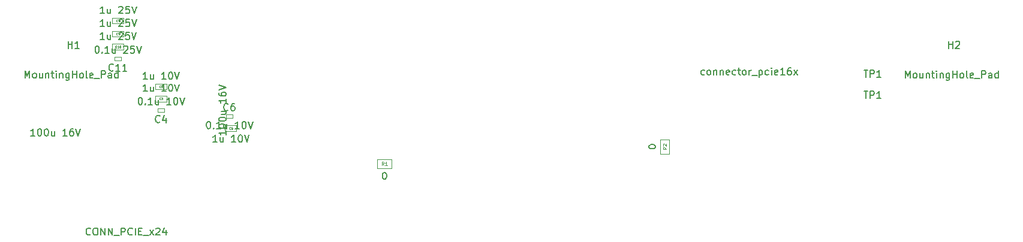
<source format=gbr>
G04 #@! TF.GenerationSoftware,KiCad,Pcbnew,(5.1.5)-3*
G04 #@! TF.CreationDate,2021-02-17T14:45:43+01:00*
G04 #@! TF.ProjectId,riser leopard 1OU,72697365-7220-46c6-956f-706172642031,rev?*
G04 #@! TF.SameCoordinates,PX4a62f80PY5f5e100*
G04 #@! TF.FileFunction,Other,Fab,Top*
%FSLAX46Y46*%
G04 Gerber Fmt 4.6, Leading zero omitted, Abs format (unit mm)*
G04 Created by KiCad (PCBNEW (5.1.5)-3) date 2021-02-17 14:45:43*
%MOMM*%
%LPD*%
G04 APERTURE LIST*
%ADD10C,0.100000*%
%ADD11C,0.150000*%
%ADD12C,0.075000*%
G04 APERTURE END LIST*
D10*
X43200420Y-17409600D02*
X43200420Y-16169600D01*
X45200420Y-17409600D02*
X43200420Y-17409600D01*
X45200420Y-16169600D02*
X45200420Y-17409600D01*
X43200420Y-16169600D02*
X45200420Y-16169600D01*
X84407840Y-13358880D02*
X84407840Y-15358880D01*
X84407840Y-15358880D02*
X83167840Y-15358880D01*
X83167840Y-15358880D02*
X83167840Y-13358880D01*
X83167840Y-13358880D02*
X84407840Y-13358880D01*
X13449300Y-6274900D02*
X11849300Y-6274900D01*
X11849300Y-6274900D02*
X11849300Y-5474900D01*
X11849300Y-5474900D02*
X13449300Y-5474900D01*
X13449300Y-5474900D02*
X13449300Y-6274900D01*
X13449300Y-7189400D02*
X13449300Y-7989400D01*
X11849300Y-7189400D02*
X13449300Y-7189400D01*
X11849300Y-7989400D02*
X11849300Y-7189400D01*
X13449300Y-7989400D02*
X11849300Y-7989400D01*
X13149300Y-9477700D02*
X12149300Y-9477700D01*
X12149300Y-9477700D02*
X12149300Y-8977700D01*
X12149300Y-8977700D02*
X13149300Y-8977700D01*
X13149300Y-8977700D02*
X13149300Y-9477700D01*
X21695100Y-11363000D02*
X23295100Y-11363000D01*
X23295100Y-11363000D02*
X23295100Y-12163000D01*
X23295100Y-12163000D02*
X21695100Y-12163000D01*
X21695100Y-12163000D02*
X21695100Y-11363000D01*
X21791900Y-10336600D02*
X21791900Y-9836600D01*
X22791900Y-10336600D02*
X21791900Y-10336600D01*
X22791900Y-9836600D02*
X22791900Y-10336600D01*
X21791900Y-9836600D02*
X22791900Y-9836600D01*
X7384280Y1183932D02*
X5784280Y1183932D01*
X5784280Y1183932D02*
X5784280Y1983932D01*
X5784280Y1983932D02*
X7384280Y1983932D01*
X7384280Y1983932D02*
X7384280Y1183932D01*
X7371580Y145746D02*
X7371580Y-654254D01*
X5771580Y145746D02*
X7371580Y145746D01*
X5771580Y-654254D02*
X5771580Y145746D01*
X7371580Y-654254D02*
X5771580Y-654254D01*
X7048720Y-1697440D02*
X7048720Y-2197440D01*
X6048720Y-1697440D02*
X7048720Y-1697440D01*
X6048720Y-2197440D02*
X6048720Y-1697440D01*
X7048720Y-2197440D02*
X6048720Y-2197440D01*
X7384280Y3822120D02*
X7384280Y3022120D01*
X5784280Y3822120D02*
X7384280Y3822120D01*
X5784280Y3022120D02*
X5784280Y3822120D01*
X7384280Y3022120D02*
X5784280Y3022120D01*
D11*
X89366276Y-4165361D02*
X89271038Y-4212980D01*
X89080561Y-4212980D01*
X88985323Y-4165361D01*
X88937704Y-4117742D01*
X88890085Y-4022504D01*
X88890085Y-3736790D01*
X88937704Y-3641552D01*
X88985323Y-3593933D01*
X89080561Y-3546314D01*
X89271038Y-3546314D01*
X89366276Y-3593933D01*
X89937704Y-4212980D02*
X89842466Y-4165361D01*
X89794847Y-4117742D01*
X89747228Y-4022504D01*
X89747228Y-3736790D01*
X89794847Y-3641552D01*
X89842466Y-3593933D01*
X89937704Y-3546314D01*
X90080561Y-3546314D01*
X90175800Y-3593933D01*
X90223419Y-3641552D01*
X90271038Y-3736790D01*
X90271038Y-4022504D01*
X90223419Y-4117742D01*
X90175800Y-4165361D01*
X90080561Y-4212980D01*
X89937704Y-4212980D01*
X90699609Y-3546314D02*
X90699609Y-4212980D01*
X90699609Y-3641552D02*
X90747228Y-3593933D01*
X90842466Y-3546314D01*
X90985323Y-3546314D01*
X91080561Y-3593933D01*
X91128180Y-3689171D01*
X91128180Y-4212980D01*
X91604371Y-3546314D02*
X91604371Y-4212980D01*
X91604371Y-3641552D02*
X91651990Y-3593933D01*
X91747228Y-3546314D01*
X91890085Y-3546314D01*
X91985323Y-3593933D01*
X92032942Y-3689171D01*
X92032942Y-4212980D01*
X92890085Y-4165361D02*
X92794847Y-4212980D01*
X92604371Y-4212980D01*
X92509133Y-4165361D01*
X92461514Y-4070123D01*
X92461514Y-3689171D01*
X92509133Y-3593933D01*
X92604371Y-3546314D01*
X92794847Y-3546314D01*
X92890085Y-3593933D01*
X92937704Y-3689171D01*
X92937704Y-3784409D01*
X92461514Y-3879647D01*
X93794847Y-4165361D02*
X93699609Y-4212980D01*
X93509133Y-4212980D01*
X93413895Y-4165361D01*
X93366276Y-4117742D01*
X93318657Y-4022504D01*
X93318657Y-3736790D01*
X93366276Y-3641552D01*
X93413895Y-3593933D01*
X93509133Y-3546314D01*
X93699609Y-3546314D01*
X93794847Y-3593933D01*
X94080561Y-3546314D02*
X94461514Y-3546314D01*
X94223419Y-3212980D02*
X94223419Y-4070123D01*
X94271038Y-4165361D01*
X94366276Y-4212980D01*
X94461514Y-4212980D01*
X94937704Y-4212980D02*
X94842466Y-4165361D01*
X94794847Y-4117742D01*
X94747228Y-4022504D01*
X94747228Y-3736790D01*
X94794847Y-3641552D01*
X94842466Y-3593933D01*
X94937704Y-3546314D01*
X95080561Y-3546314D01*
X95175800Y-3593933D01*
X95223419Y-3641552D01*
X95271038Y-3736790D01*
X95271038Y-4022504D01*
X95223419Y-4117742D01*
X95175800Y-4165361D01*
X95080561Y-4212980D01*
X94937704Y-4212980D01*
X95699609Y-4212980D02*
X95699609Y-3546314D01*
X95699609Y-3736790D02*
X95747228Y-3641552D01*
X95794847Y-3593933D01*
X95890085Y-3546314D01*
X95985323Y-3546314D01*
X96080561Y-4308219D02*
X96842466Y-4308219D01*
X97080561Y-3546314D02*
X97080561Y-4546314D01*
X97080561Y-3593933D02*
X97175800Y-3546314D01*
X97366276Y-3546314D01*
X97461514Y-3593933D01*
X97509133Y-3641552D01*
X97556752Y-3736790D01*
X97556752Y-4022504D01*
X97509133Y-4117742D01*
X97461514Y-4165361D01*
X97366276Y-4212980D01*
X97175800Y-4212980D01*
X97080561Y-4165361D01*
X98413895Y-4165361D02*
X98318657Y-4212980D01*
X98128180Y-4212980D01*
X98032942Y-4165361D01*
X97985323Y-4117742D01*
X97937704Y-4022504D01*
X97937704Y-3736790D01*
X97985323Y-3641552D01*
X98032942Y-3593933D01*
X98128180Y-3546314D01*
X98318657Y-3546314D01*
X98413895Y-3593933D01*
X98842466Y-4212980D02*
X98842466Y-3546314D01*
X98842466Y-3212980D02*
X98794847Y-3260600D01*
X98842466Y-3308219D01*
X98890085Y-3260600D01*
X98842466Y-3212980D01*
X98842466Y-3308219D01*
X99699609Y-4165361D02*
X99604371Y-4212980D01*
X99413895Y-4212980D01*
X99318657Y-4165361D01*
X99271038Y-4070123D01*
X99271038Y-3689171D01*
X99318657Y-3593933D01*
X99413895Y-3546314D01*
X99604371Y-3546314D01*
X99699609Y-3593933D01*
X99747228Y-3689171D01*
X99747228Y-3784409D01*
X99271038Y-3879647D01*
X100699609Y-4212980D02*
X100128180Y-4212980D01*
X100413895Y-4212980D02*
X100413895Y-3212980D01*
X100318657Y-3355838D01*
X100223419Y-3451076D01*
X100128180Y-3498695D01*
X101556752Y-3212980D02*
X101366276Y-3212980D01*
X101271038Y-3260600D01*
X101223419Y-3308219D01*
X101128180Y-3451076D01*
X101080561Y-3641552D01*
X101080561Y-4022504D01*
X101128180Y-4117742D01*
X101175800Y-4165361D01*
X101271038Y-4212980D01*
X101461514Y-4212980D01*
X101556752Y-4165361D01*
X101604371Y-4117742D01*
X101651990Y-4022504D01*
X101651990Y-3784409D01*
X101604371Y-3689171D01*
X101556752Y-3641552D01*
X101461514Y-3593933D01*
X101271038Y-3593933D01*
X101175800Y-3641552D01*
X101128180Y-3689171D01*
X101080561Y-3784409D01*
X101985323Y-4212980D02*
X102509133Y-3546314D01*
X101985323Y-3546314D02*
X102509133Y-4212980D01*
X44152800Y-17991980D02*
X44248039Y-17991980D01*
X44343277Y-18039600D01*
X44390896Y-18087219D01*
X44438515Y-18182457D01*
X44486134Y-18372933D01*
X44486134Y-18611028D01*
X44438515Y-18801504D01*
X44390896Y-18896742D01*
X44343277Y-18944361D01*
X44248039Y-18991980D01*
X44152800Y-18991980D01*
X44057562Y-18944361D01*
X44009943Y-18896742D01*
X43962324Y-18801504D01*
X43914705Y-18611028D01*
X43914705Y-18372933D01*
X43962324Y-18182457D01*
X44009943Y-18087219D01*
X44057562Y-18039600D01*
X44152800Y-17991980D01*
D12*
X44117086Y-17015790D02*
X43950420Y-16777695D01*
X43831372Y-17015790D02*
X43831372Y-16515790D01*
X44021848Y-16515790D01*
X44069467Y-16539600D01*
X44093277Y-16563409D01*
X44117086Y-16611028D01*
X44117086Y-16682457D01*
X44093277Y-16730076D01*
X44069467Y-16753885D01*
X44021848Y-16777695D01*
X43831372Y-16777695D01*
X44593277Y-17015790D02*
X44307562Y-17015790D01*
X44450420Y-17015790D02*
X44450420Y-16515790D01*
X44402800Y-16587219D01*
X44355181Y-16634838D01*
X44307562Y-16658647D01*
D11*
X81490220Y-14406499D02*
X81490220Y-14311260D01*
X81537840Y-14216022D01*
X81585459Y-14168403D01*
X81680697Y-14120784D01*
X81871173Y-14073165D01*
X82109268Y-14073165D01*
X82299744Y-14120784D01*
X82394982Y-14168403D01*
X82442601Y-14216022D01*
X82490220Y-14311260D01*
X82490220Y-14406499D01*
X82442601Y-14501737D01*
X82394982Y-14549356D01*
X82299744Y-14596975D01*
X82109268Y-14644594D01*
X81871173Y-14644594D01*
X81680697Y-14596975D01*
X81585459Y-14549356D01*
X81537840Y-14501737D01*
X81490220Y-14406499D01*
D12*
X84014030Y-14442213D02*
X83775935Y-14608880D01*
X84014030Y-14727927D02*
X83514030Y-14727927D01*
X83514030Y-14537451D01*
X83537840Y-14489832D01*
X83561649Y-14466022D01*
X83609268Y-14442213D01*
X83680697Y-14442213D01*
X83728316Y-14466022D01*
X83752125Y-14489832D01*
X83775935Y-14537451D01*
X83775935Y-14727927D01*
X83561649Y-14251737D02*
X83537840Y-14227927D01*
X83514030Y-14180308D01*
X83514030Y-14061260D01*
X83537840Y-14013641D01*
X83561649Y-13989832D01*
X83609268Y-13966022D01*
X83656887Y-13966022D01*
X83728316Y-13989832D01*
X84014030Y-14275546D01*
X84014030Y-13966022D01*
D11*
X10720728Y-4827280D02*
X10149300Y-4827280D01*
X10435014Y-4827280D02*
X10435014Y-3827280D01*
X10339776Y-3970138D01*
X10244538Y-4065376D01*
X10149300Y-4112995D01*
X11577871Y-4160614D02*
X11577871Y-4827280D01*
X11149300Y-4160614D02*
X11149300Y-4684423D01*
X11196919Y-4779661D01*
X11292157Y-4827280D01*
X11435014Y-4827280D01*
X11530252Y-4779661D01*
X11577871Y-4732042D01*
X13339776Y-4827280D02*
X12768347Y-4827280D01*
X13054061Y-4827280D02*
X13054061Y-3827280D01*
X12958823Y-3970138D01*
X12863585Y-4065376D01*
X12768347Y-4112995D01*
X13958823Y-3827280D02*
X14054061Y-3827280D01*
X14149300Y-3874900D01*
X14196919Y-3922519D01*
X14244538Y-4017757D01*
X14292157Y-4208233D01*
X14292157Y-4446328D01*
X14244538Y-4636804D01*
X14196919Y-4732042D01*
X14149300Y-4779661D01*
X14054061Y-4827280D01*
X13958823Y-4827280D01*
X13863585Y-4779661D01*
X13815966Y-4732042D01*
X13768347Y-4636804D01*
X13720728Y-4446328D01*
X13720728Y-4208233D01*
X13768347Y-4017757D01*
X13815966Y-3922519D01*
X13863585Y-3874900D01*
X13958823Y-3827280D01*
X14577871Y-3827280D02*
X14911204Y-4827280D01*
X15244538Y-3827280D01*
D12*
X12599300Y-5982042D02*
X12585014Y-5996328D01*
X12542157Y-6010614D01*
X12513585Y-6010614D01*
X12470728Y-5996328D01*
X12442157Y-5967757D01*
X12427871Y-5939185D01*
X12413585Y-5882042D01*
X12413585Y-5839185D01*
X12427871Y-5782042D01*
X12442157Y-5753471D01*
X12470728Y-5724900D01*
X12513585Y-5710614D01*
X12542157Y-5710614D01*
X12585014Y-5724900D01*
X12599300Y-5739185D01*
X12713585Y-5739185D02*
X12727871Y-5724900D01*
X12756442Y-5710614D01*
X12827871Y-5710614D01*
X12856442Y-5724900D01*
X12870728Y-5739185D01*
X12885014Y-5767757D01*
X12885014Y-5796328D01*
X12870728Y-5839185D01*
X12699300Y-6010614D01*
X12885014Y-6010614D01*
D11*
X10720728Y-6541780D02*
X10149300Y-6541780D01*
X10435014Y-6541780D02*
X10435014Y-5541780D01*
X10339776Y-5684638D01*
X10244538Y-5779876D01*
X10149300Y-5827495D01*
X11577871Y-5875114D02*
X11577871Y-6541780D01*
X11149300Y-5875114D02*
X11149300Y-6398923D01*
X11196919Y-6494161D01*
X11292157Y-6541780D01*
X11435014Y-6541780D01*
X11530252Y-6494161D01*
X11577871Y-6446542D01*
X13339776Y-6541780D02*
X12768347Y-6541780D01*
X13054061Y-6541780D02*
X13054061Y-5541780D01*
X12958823Y-5684638D01*
X12863585Y-5779876D01*
X12768347Y-5827495D01*
X13958823Y-5541780D02*
X14054061Y-5541780D01*
X14149300Y-5589400D01*
X14196919Y-5637019D01*
X14244538Y-5732257D01*
X14292157Y-5922733D01*
X14292157Y-6160828D01*
X14244538Y-6351304D01*
X14196919Y-6446542D01*
X14149300Y-6494161D01*
X14054061Y-6541780D01*
X13958823Y-6541780D01*
X13863585Y-6494161D01*
X13815966Y-6446542D01*
X13768347Y-6351304D01*
X13720728Y-6160828D01*
X13720728Y-5922733D01*
X13768347Y-5732257D01*
X13815966Y-5637019D01*
X13863585Y-5589400D01*
X13958823Y-5541780D01*
X14577871Y-5541780D02*
X14911204Y-6541780D01*
X15244538Y-5541780D01*
D12*
X12599300Y-7696542D02*
X12585014Y-7710828D01*
X12542157Y-7725114D01*
X12513585Y-7725114D01*
X12470728Y-7710828D01*
X12442157Y-7682257D01*
X12427871Y-7653685D01*
X12413585Y-7596542D01*
X12413585Y-7553685D01*
X12427871Y-7496542D01*
X12442157Y-7467971D01*
X12470728Y-7439400D01*
X12513585Y-7425114D01*
X12542157Y-7425114D01*
X12585014Y-7439400D01*
X12599300Y-7453685D01*
X12699300Y-7425114D02*
X12885014Y-7425114D01*
X12785014Y-7539400D01*
X12827871Y-7539400D01*
X12856442Y-7553685D01*
X12870728Y-7567971D01*
X12885014Y-7596542D01*
X12885014Y-7667971D01*
X12870728Y-7696542D01*
X12856442Y-7710828D01*
X12827871Y-7725114D01*
X12742157Y-7725114D01*
X12713585Y-7710828D01*
X12699300Y-7696542D01*
D11*
X9673109Y-7410080D02*
X9768347Y-7410080D01*
X9863585Y-7457700D01*
X9911204Y-7505319D01*
X9958823Y-7600557D01*
X10006442Y-7791033D01*
X10006442Y-8029128D01*
X9958823Y-8219604D01*
X9911204Y-8314842D01*
X9863585Y-8362461D01*
X9768347Y-8410080D01*
X9673109Y-8410080D01*
X9577871Y-8362461D01*
X9530252Y-8314842D01*
X9482633Y-8219604D01*
X9435014Y-8029128D01*
X9435014Y-7791033D01*
X9482633Y-7600557D01*
X9530252Y-7505319D01*
X9577871Y-7457700D01*
X9673109Y-7410080D01*
X10435014Y-8314842D02*
X10482633Y-8362461D01*
X10435014Y-8410080D01*
X10387395Y-8362461D01*
X10435014Y-8314842D01*
X10435014Y-8410080D01*
X11435014Y-8410080D02*
X10863585Y-8410080D01*
X11149300Y-8410080D02*
X11149300Y-7410080D01*
X11054061Y-7552938D01*
X10958823Y-7648176D01*
X10863585Y-7695795D01*
X12292157Y-7743414D02*
X12292157Y-8410080D01*
X11863585Y-7743414D02*
X11863585Y-8267223D01*
X11911204Y-8362461D01*
X12006442Y-8410080D01*
X12149300Y-8410080D01*
X12244538Y-8362461D01*
X12292157Y-8314842D01*
X14054061Y-8410080D02*
X13482633Y-8410080D01*
X13768347Y-8410080D02*
X13768347Y-7410080D01*
X13673109Y-7552938D01*
X13577871Y-7648176D01*
X13482633Y-7695795D01*
X14673109Y-7410080D02*
X14768347Y-7410080D01*
X14863585Y-7457700D01*
X14911204Y-7505319D01*
X14958823Y-7600557D01*
X15006442Y-7791033D01*
X15006442Y-8029128D01*
X14958823Y-8219604D01*
X14911204Y-8314842D01*
X14863585Y-8362461D01*
X14768347Y-8410080D01*
X14673109Y-8410080D01*
X14577871Y-8362461D01*
X14530252Y-8314842D01*
X14482633Y-8219604D01*
X14435014Y-8029128D01*
X14435014Y-7791033D01*
X14482633Y-7600557D01*
X14530252Y-7505319D01*
X14577871Y-7457700D01*
X14673109Y-7410080D01*
X15292157Y-7410080D02*
X15625490Y-8410080D01*
X15958823Y-7410080D01*
X12482633Y-10854842D02*
X12435014Y-10902461D01*
X12292157Y-10950080D01*
X12196919Y-10950080D01*
X12054061Y-10902461D01*
X11958823Y-10807223D01*
X11911204Y-10711985D01*
X11863585Y-10521509D01*
X11863585Y-10378652D01*
X11911204Y-10188176D01*
X11958823Y-10092938D01*
X12054061Y-9997700D01*
X12196919Y-9950080D01*
X12292157Y-9950080D01*
X12435014Y-9997700D01*
X12482633Y-10045319D01*
X13339776Y-10283414D02*
X13339776Y-10950080D01*
X13101680Y-9902461D02*
X12863585Y-10616747D01*
X13482633Y-10616747D01*
X20566528Y-13715380D02*
X19995100Y-13715380D01*
X20280814Y-13715380D02*
X20280814Y-12715380D01*
X20185576Y-12858238D01*
X20090338Y-12953476D01*
X19995100Y-13001095D01*
X21423671Y-13048714D02*
X21423671Y-13715380D01*
X20995100Y-13048714D02*
X20995100Y-13572523D01*
X21042719Y-13667761D01*
X21137957Y-13715380D01*
X21280814Y-13715380D01*
X21376052Y-13667761D01*
X21423671Y-13620142D01*
X23185576Y-13715380D02*
X22614147Y-13715380D01*
X22899861Y-13715380D02*
X22899861Y-12715380D01*
X22804623Y-12858238D01*
X22709385Y-12953476D01*
X22614147Y-13001095D01*
X23804623Y-12715380D02*
X23899861Y-12715380D01*
X23995100Y-12763000D01*
X24042719Y-12810619D01*
X24090338Y-12905857D01*
X24137957Y-13096333D01*
X24137957Y-13334428D01*
X24090338Y-13524904D01*
X24042719Y-13620142D01*
X23995100Y-13667761D01*
X23899861Y-13715380D01*
X23804623Y-13715380D01*
X23709385Y-13667761D01*
X23661766Y-13620142D01*
X23614147Y-13524904D01*
X23566528Y-13334428D01*
X23566528Y-13096333D01*
X23614147Y-12905857D01*
X23661766Y-12810619D01*
X23709385Y-12763000D01*
X23804623Y-12715380D01*
X24423671Y-12715380D02*
X24757004Y-13715380D01*
X25090338Y-12715380D01*
D12*
X22445100Y-11870142D02*
X22430814Y-11884428D01*
X22387957Y-11898714D01*
X22359385Y-11898714D01*
X22316528Y-11884428D01*
X22287957Y-11855857D01*
X22273671Y-11827285D01*
X22259385Y-11770142D01*
X22259385Y-11727285D01*
X22273671Y-11670142D01*
X22287957Y-11641571D01*
X22316528Y-11613000D01*
X22359385Y-11598714D01*
X22387957Y-11598714D01*
X22430814Y-11613000D01*
X22445100Y-11627285D01*
X22716528Y-11598714D02*
X22573671Y-11598714D01*
X22559385Y-11741571D01*
X22573671Y-11727285D01*
X22602242Y-11713000D01*
X22673671Y-11713000D01*
X22702242Y-11727285D01*
X22716528Y-11741571D01*
X22730814Y-11770142D01*
X22730814Y-11841571D01*
X22716528Y-11870142D01*
X22702242Y-11884428D01*
X22673671Y-11898714D01*
X22602242Y-11898714D01*
X22573671Y-11884428D01*
X22559385Y-11870142D01*
D11*
X19315709Y-10808980D02*
X19410947Y-10808980D01*
X19506185Y-10856600D01*
X19553804Y-10904219D01*
X19601423Y-10999457D01*
X19649042Y-11189933D01*
X19649042Y-11428028D01*
X19601423Y-11618504D01*
X19553804Y-11713742D01*
X19506185Y-11761361D01*
X19410947Y-11808980D01*
X19315709Y-11808980D01*
X19220471Y-11761361D01*
X19172852Y-11713742D01*
X19125233Y-11618504D01*
X19077614Y-11428028D01*
X19077614Y-11189933D01*
X19125233Y-10999457D01*
X19172852Y-10904219D01*
X19220471Y-10856600D01*
X19315709Y-10808980D01*
X20077614Y-11713742D02*
X20125233Y-11761361D01*
X20077614Y-11808980D01*
X20029995Y-11761361D01*
X20077614Y-11713742D01*
X20077614Y-11808980D01*
X21077614Y-11808980D02*
X20506185Y-11808980D01*
X20791900Y-11808980D02*
X20791900Y-10808980D01*
X20696661Y-10951838D01*
X20601423Y-11047076D01*
X20506185Y-11094695D01*
X21934757Y-11142314D02*
X21934757Y-11808980D01*
X21506185Y-11142314D02*
X21506185Y-11666123D01*
X21553804Y-11761361D01*
X21649042Y-11808980D01*
X21791900Y-11808980D01*
X21887138Y-11761361D01*
X21934757Y-11713742D01*
X23696661Y-11808980D02*
X23125233Y-11808980D01*
X23410947Y-11808980D02*
X23410947Y-10808980D01*
X23315709Y-10951838D01*
X23220471Y-11047076D01*
X23125233Y-11094695D01*
X24315709Y-10808980D02*
X24410947Y-10808980D01*
X24506185Y-10856600D01*
X24553804Y-10904219D01*
X24601423Y-10999457D01*
X24649042Y-11189933D01*
X24649042Y-11428028D01*
X24601423Y-11618504D01*
X24553804Y-11713742D01*
X24506185Y-11761361D01*
X24410947Y-11808980D01*
X24315709Y-11808980D01*
X24220471Y-11761361D01*
X24172852Y-11713742D01*
X24125233Y-11618504D01*
X24077614Y-11428028D01*
X24077614Y-11189933D01*
X24125233Y-10999457D01*
X24172852Y-10904219D01*
X24220471Y-10856600D01*
X24315709Y-10808980D01*
X24934757Y-10808980D02*
X25268090Y-11808980D01*
X25601423Y-10808980D01*
X22125233Y-9173742D02*
X22077614Y-9221361D01*
X21934757Y-9268980D01*
X21839519Y-9268980D01*
X21696661Y-9221361D01*
X21601423Y-9126123D01*
X21553804Y-9030885D01*
X21506185Y-8840409D01*
X21506185Y-8697552D01*
X21553804Y-8507076D01*
X21601423Y-8411838D01*
X21696661Y-8316600D01*
X21839519Y-8268980D01*
X21934757Y-8268980D01*
X22077614Y-8316600D01*
X22125233Y-8364219D01*
X22982376Y-8268980D02*
X22791900Y-8268980D01*
X22696661Y-8316600D01*
X22649042Y-8364219D01*
X22553804Y-8507076D01*
X22506185Y-8697552D01*
X22506185Y-9078504D01*
X22553804Y-9173742D01*
X22601423Y-9221361D01*
X22696661Y-9268980D01*
X22887138Y-9268980D01*
X22982376Y-9221361D01*
X23029995Y-9173742D01*
X23077614Y-9078504D01*
X23077614Y-8840409D01*
X23029995Y-8745171D01*
X22982376Y-8697552D01*
X22887138Y-8649933D01*
X22696661Y-8649933D01*
X22601423Y-8697552D01*
X22553804Y-8745171D01*
X22506185Y-8840409D01*
X4655708Y2631552D02*
X4084280Y2631552D01*
X4369994Y2631552D02*
X4369994Y3631552D01*
X4274756Y3488694D01*
X4179518Y3393456D01*
X4084280Y3345837D01*
X5512851Y3298218D02*
X5512851Y2631552D01*
X5084280Y3298218D02*
X5084280Y2774409D01*
X5131899Y2679171D01*
X5227137Y2631552D01*
X5369994Y2631552D01*
X5465232Y2679171D01*
X5512851Y2726790D01*
X6703327Y3536313D02*
X6750946Y3583932D01*
X6846184Y3631552D01*
X7084280Y3631552D01*
X7179518Y3583932D01*
X7227137Y3536313D01*
X7274756Y3441075D01*
X7274756Y3345837D01*
X7227137Y3202980D01*
X6655708Y2631552D01*
X7274756Y2631552D01*
X8179518Y3631552D02*
X7703327Y3631552D01*
X7655708Y3155361D01*
X7703327Y3202980D01*
X7798565Y3250599D01*
X8036660Y3250599D01*
X8131899Y3202980D01*
X8179518Y3155361D01*
X8227137Y3060123D01*
X8227137Y2822028D01*
X8179518Y2726790D01*
X8131899Y2679171D01*
X8036660Y2631552D01*
X7798565Y2631552D01*
X7703327Y2679171D01*
X7655708Y2726790D01*
X8512851Y3631552D02*
X8846184Y2631552D01*
X9179518Y3631552D01*
D12*
X6534280Y1476790D02*
X6519994Y1462504D01*
X6477137Y1448218D01*
X6448565Y1448218D01*
X6405708Y1462504D01*
X6377137Y1491075D01*
X6362851Y1519647D01*
X6348565Y1576790D01*
X6348565Y1619647D01*
X6362851Y1676790D01*
X6377137Y1705361D01*
X6405708Y1733932D01*
X6448565Y1748218D01*
X6477137Y1748218D01*
X6519994Y1733932D01*
X6534280Y1719647D01*
X6677137Y1448218D02*
X6734280Y1448218D01*
X6762851Y1462504D01*
X6777137Y1476790D01*
X6805708Y1519647D01*
X6819994Y1576790D01*
X6819994Y1691075D01*
X6805708Y1719647D01*
X6791422Y1733932D01*
X6762851Y1748218D01*
X6705708Y1748218D01*
X6677137Y1733932D01*
X6662851Y1719647D01*
X6648565Y1691075D01*
X6648565Y1619647D01*
X6662851Y1591075D01*
X6677137Y1576790D01*
X6705708Y1562504D01*
X6762851Y1562504D01*
X6791422Y1576790D01*
X6805708Y1591075D01*
X6819994Y1619647D01*
D11*
X4643008Y793366D02*
X4071580Y793366D01*
X4357294Y793366D02*
X4357294Y1793366D01*
X4262056Y1650508D01*
X4166818Y1555270D01*
X4071580Y1507651D01*
X5500151Y1460032D02*
X5500151Y793366D01*
X5071580Y1460032D02*
X5071580Y936223D01*
X5119199Y840985D01*
X5214437Y793366D01*
X5357294Y793366D01*
X5452532Y840985D01*
X5500151Y888604D01*
X6690627Y1698127D02*
X6738246Y1745746D01*
X6833484Y1793366D01*
X7071580Y1793366D01*
X7166818Y1745746D01*
X7214437Y1698127D01*
X7262056Y1602889D01*
X7262056Y1507651D01*
X7214437Y1364794D01*
X6643008Y793366D01*
X7262056Y793366D01*
X8166818Y1793366D02*
X7690627Y1793366D01*
X7643008Y1317175D01*
X7690627Y1364794D01*
X7785865Y1412413D01*
X8023960Y1412413D01*
X8119199Y1364794D01*
X8166818Y1317175D01*
X8214437Y1221937D01*
X8214437Y983842D01*
X8166818Y888604D01*
X8119199Y840985D01*
X8023960Y793366D01*
X7785865Y793366D01*
X7690627Y840985D01*
X7643008Y888604D01*
X8500151Y1793366D02*
X8833484Y793366D01*
X9166818Y1793366D01*
D12*
X6378722Y-361396D02*
X6364437Y-375682D01*
X6321580Y-389968D01*
X6293008Y-389968D01*
X6250151Y-375682D01*
X6221580Y-347111D01*
X6207294Y-318539D01*
X6193008Y-261396D01*
X6193008Y-218539D01*
X6207294Y-161396D01*
X6221580Y-132825D01*
X6250151Y-104254D01*
X6293008Y-89968D01*
X6321580Y-89968D01*
X6364437Y-104254D01*
X6378722Y-118539D01*
X6664437Y-389968D02*
X6493008Y-389968D01*
X6578722Y-389968D02*
X6578722Y-89968D01*
X6550151Y-132825D01*
X6521580Y-161396D01*
X6493008Y-175682D01*
X6850151Y-89968D02*
X6878722Y-89968D01*
X6907294Y-104254D01*
X6921580Y-118539D01*
X6935865Y-147111D01*
X6950151Y-204254D01*
X6950151Y-275682D01*
X6935865Y-332825D01*
X6921580Y-361396D01*
X6907294Y-375682D01*
X6878722Y-389968D01*
X6850151Y-389968D01*
X6821580Y-375682D01*
X6807294Y-361396D01*
X6793008Y-332825D01*
X6778722Y-275682D01*
X6778722Y-204254D01*
X6793008Y-147111D01*
X6807294Y-118539D01*
X6821580Y-104254D01*
X6850151Y-89968D01*
D11*
X3572529Y-129820D02*
X3667767Y-129820D01*
X3763005Y-177440D01*
X3810624Y-225059D01*
X3858243Y-320297D01*
X3905862Y-510773D01*
X3905862Y-748868D01*
X3858243Y-939344D01*
X3810624Y-1034582D01*
X3763005Y-1082201D01*
X3667767Y-1129820D01*
X3572529Y-1129820D01*
X3477291Y-1082201D01*
X3429672Y-1034582D01*
X3382053Y-939344D01*
X3334434Y-748868D01*
X3334434Y-510773D01*
X3382053Y-320297D01*
X3429672Y-225059D01*
X3477291Y-177440D01*
X3572529Y-129820D01*
X4334434Y-1034582D02*
X4382053Y-1082201D01*
X4334434Y-1129820D01*
X4286815Y-1082201D01*
X4334434Y-1034582D01*
X4334434Y-1129820D01*
X5334434Y-1129820D02*
X4763005Y-1129820D01*
X5048720Y-1129820D02*
X5048720Y-129820D01*
X4953481Y-272678D01*
X4858243Y-367916D01*
X4763005Y-415535D01*
X6191577Y-463154D02*
X6191577Y-1129820D01*
X5763005Y-463154D02*
X5763005Y-986963D01*
X5810624Y-1082201D01*
X5905862Y-1129820D01*
X6048720Y-1129820D01*
X6143958Y-1082201D01*
X6191577Y-1034582D01*
X7382053Y-225059D02*
X7429672Y-177440D01*
X7524910Y-129820D01*
X7763005Y-129820D01*
X7858243Y-177440D01*
X7905862Y-225059D01*
X7953481Y-320297D01*
X7953481Y-415535D01*
X7905862Y-558392D01*
X7334434Y-1129820D01*
X7953481Y-1129820D01*
X8858243Y-129820D02*
X8382053Y-129820D01*
X8334434Y-606011D01*
X8382053Y-558392D01*
X8477291Y-510773D01*
X8715386Y-510773D01*
X8810624Y-558392D01*
X8858243Y-606011D01*
X8905862Y-701249D01*
X8905862Y-939344D01*
X8858243Y-1034582D01*
X8810624Y-1082201D01*
X8715386Y-1129820D01*
X8477291Y-1129820D01*
X8382053Y-1082201D01*
X8334434Y-1034582D01*
X9191577Y-129820D02*
X9524910Y-1129820D01*
X9858243Y-129820D01*
X5905862Y-3574582D02*
X5858243Y-3622201D01*
X5715386Y-3669820D01*
X5620148Y-3669820D01*
X5477291Y-3622201D01*
X5382053Y-3526963D01*
X5334434Y-3431725D01*
X5286815Y-3241249D01*
X5286815Y-3098392D01*
X5334434Y-2907916D01*
X5382053Y-2812678D01*
X5477291Y-2717440D01*
X5620148Y-2669820D01*
X5715386Y-2669820D01*
X5858243Y-2717440D01*
X5905862Y-2765059D01*
X6858243Y-3669820D02*
X6286815Y-3669820D01*
X6572529Y-3669820D02*
X6572529Y-2669820D01*
X6477291Y-2812678D01*
X6382053Y-2907916D01*
X6286815Y-2955535D01*
X7810624Y-3669820D02*
X7239196Y-3669820D01*
X7524910Y-3669820D02*
X7524910Y-2669820D01*
X7429672Y-2812678D01*
X7334434Y-2907916D01*
X7239196Y-2955535D01*
X21807020Y-12109032D02*
X21807020Y-12680460D01*
X21807020Y-12394746D02*
X20807020Y-12394746D01*
X20949878Y-12489984D01*
X21045116Y-12585222D01*
X21092735Y-12680460D01*
X20807020Y-11489984D02*
X20807020Y-11394746D01*
X20854640Y-11299508D01*
X20902259Y-11251889D01*
X20997497Y-11204270D01*
X21187973Y-11156651D01*
X21426068Y-11156651D01*
X21616544Y-11204270D01*
X21711782Y-11251889D01*
X21759401Y-11299508D01*
X21807020Y-11394746D01*
X21807020Y-11489984D01*
X21759401Y-11585222D01*
X21711782Y-11632841D01*
X21616544Y-11680460D01*
X21426068Y-11728080D01*
X21187973Y-11728080D01*
X20997497Y-11680460D01*
X20902259Y-11632841D01*
X20854640Y-11585222D01*
X20807020Y-11489984D01*
X20807020Y-10537603D02*
X20807020Y-10442365D01*
X20854640Y-10347127D01*
X20902259Y-10299508D01*
X20997497Y-10251889D01*
X21187973Y-10204270D01*
X21426068Y-10204270D01*
X21616544Y-10251889D01*
X21711782Y-10299508D01*
X21759401Y-10347127D01*
X21807020Y-10442365D01*
X21807020Y-10537603D01*
X21759401Y-10632841D01*
X21711782Y-10680460D01*
X21616544Y-10728080D01*
X21426068Y-10775699D01*
X21187973Y-10775699D01*
X20997497Y-10728080D01*
X20902259Y-10680460D01*
X20854640Y-10632841D01*
X20807020Y-10537603D01*
X21140354Y-9347127D02*
X21807020Y-9347127D01*
X21140354Y-9775699D02*
X21664163Y-9775699D01*
X21759401Y-9728080D01*
X21807020Y-9632841D01*
X21807020Y-9489984D01*
X21759401Y-9394746D01*
X21711782Y-9347127D01*
X21807020Y-7585222D02*
X21807020Y-8156651D01*
X21807020Y-7870937D02*
X20807020Y-7870937D01*
X20949878Y-7966175D01*
X21045116Y-8061413D01*
X21092735Y-8156651D01*
X20807020Y-6728080D02*
X20807020Y-6918556D01*
X20854640Y-7013794D01*
X20902259Y-7061413D01*
X21045116Y-7156651D01*
X21235592Y-7204270D01*
X21616544Y-7204270D01*
X21711782Y-7156651D01*
X21759401Y-7109032D01*
X21807020Y-7013794D01*
X21807020Y-6823318D01*
X21759401Y-6728080D01*
X21711782Y-6680460D01*
X21616544Y-6632841D01*
X21378449Y-6632841D01*
X21283211Y-6680460D01*
X21235592Y-6728080D01*
X21187973Y-6823318D01*
X21187973Y-7013794D01*
X21235592Y-7109032D01*
X21283211Y-7156651D01*
X21378449Y-7204270D01*
X20807020Y-6347127D02*
X21807020Y-6013794D01*
X20807020Y-5680460D01*
X-5162353Y-12833380D02*
X-5733781Y-12833380D01*
X-5448067Y-12833380D02*
X-5448067Y-11833380D01*
X-5543305Y-11976238D01*
X-5638543Y-12071476D01*
X-5733781Y-12119095D01*
X-4543305Y-11833380D02*
X-4448067Y-11833380D01*
X-4352829Y-11881000D01*
X-4305210Y-11928619D01*
X-4257591Y-12023857D01*
X-4209972Y-12214333D01*
X-4209972Y-12452428D01*
X-4257591Y-12642904D01*
X-4305210Y-12738142D01*
X-4352829Y-12785761D01*
X-4448067Y-12833380D01*
X-4543305Y-12833380D01*
X-4638543Y-12785761D01*
X-4686162Y-12738142D01*
X-4733781Y-12642904D01*
X-4781400Y-12452428D01*
X-4781400Y-12214333D01*
X-4733781Y-12023857D01*
X-4686162Y-11928619D01*
X-4638543Y-11881000D01*
X-4543305Y-11833380D01*
X-3590924Y-11833380D02*
X-3495686Y-11833380D01*
X-3400448Y-11881000D01*
X-3352829Y-11928619D01*
X-3305210Y-12023857D01*
X-3257591Y-12214333D01*
X-3257591Y-12452428D01*
X-3305210Y-12642904D01*
X-3352829Y-12738142D01*
X-3400448Y-12785761D01*
X-3495686Y-12833380D01*
X-3590924Y-12833380D01*
X-3686162Y-12785761D01*
X-3733781Y-12738142D01*
X-3781400Y-12642904D01*
X-3829020Y-12452428D01*
X-3829020Y-12214333D01*
X-3781400Y-12023857D01*
X-3733781Y-11928619D01*
X-3686162Y-11881000D01*
X-3590924Y-11833380D01*
X-2400448Y-12166714D02*
X-2400448Y-12833380D01*
X-2829020Y-12166714D02*
X-2829020Y-12690523D01*
X-2781400Y-12785761D01*
X-2686162Y-12833380D01*
X-2543305Y-12833380D01*
X-2448067Y-12785761D01*
X-2400448Y-12738142D01*
X-638543Y-12833380D02*
X-1209972Y-12833380D01*
X-924258Y-12833380D02*
X-924258Y-11833380D01*
X-1019496Y-11976238D01*
X-1114734Y-12071476D01*
X-1209972Y-12119095D01*
X218600Y-11833380D02*
X28123Y-11833380D01*
X-67115Y-11881000D01*
X-114734Y-11928619D01*
X-209972Y-12071476D01*
X-257591Y-12261952D01*
X-257591Y-12642904D01*
X-209972Y-12738142D01*
X-162353Y-12785761D01*
X-67115Y-12833380D01*
X123361Y-12833380D01*
X218600Y-12785761D01*
X266219Y-12738142D01*
X313838Y-12642904D01*
X313838Y-12404809D01*
X266219Y-12309571D01*
X218600Y-12261952D01*
X123361Y-12214333D01*
X-67115Y-12214333D01*
X-162353Y-12261952D01*
X-209972Y-12309571D01*
X-257591Y-12404809D01*
X599552Y-11833380D02*
X932885Y-12833380D01*
X1266219Y-11833380D01*
X117728571Y-4652380D02*
X117728571Y-3652380D01*
X118061904Y-4366666D01*
X118395238Y-3652380D01*
X118395238Y-4652380D01*
X119014285Y-4652380D02*
X118919047Y-4604761D01*
X118871428Y-4557142D01*
X118823809Y-4461904D01*
X118823809Y-4176190D01*
X118871428Y-4080952D01*
X118919047Y-4033333D01*
X119014285Y-3985714D01*
X119157142Y-3985714D01*
X119252380Y-4033333D01*
X119300000Y-4080952D01*
X119347619Y-4176190D01*
X119347619Y-4461904D01*
X119300000Y-4557142D01*
X119252380Y-4604761D01*
X119157142Y-4652380D01*
X119014285Y-4652380D01*
X120204761Y-3985714D02*
X120204761Y-4652380D01*
X119776190Y-3985714D02*
X119776190Y-4509523D01*
X119823809Y-4604761D01*
X119919047Y-4652380D01*
X120061904Y-4652380D01*
X120157142Y-4604761D01*
X120204761Y-4557142D01*
X120680952Y-3985714D02*
X120680952Y-4652380D01*
X120680952Y-4080952D02*
X120728571Y-4033333D01*
X120823809Y-3985714D01*
X120966666Y-3985714D01*
X121061904Y-4033333D01*
X121109523Y-4128571D01*
X121109523Y-4652380D01*
X121442857Y-3985714D02*
X121823809Y-3985714D01*
X121585714Y-3652380D02*
X121585714Y-4509523D01*
X121633333Y-4604761D01*
X121728571Y-4652380D01*
X121823809Y-4652380D01*
X122157142Y-4652380D02*
X122157142Y-3985714D01*
X122157142Y-3652380D02*
X122109523Y-3700000D01*
X122157142Y-3747619D01*
X122204761Y-3700000D01*
X122157142Y-3652380D01*
X122157142Y-3747619D01*
X122633333Y-3985714D02*
X122633333Y-4652380D01*
X122633333Y-4080952D02*
X122680952Y-4033333D01*
X122776190Y-3985714D01*
X122919047Y-3985714D01*
X123014285Y-4033333D01*
X123061904Y-4128571D01*
X123061904Y-4652380D01*
X123966666Y-3985714D02*
X123966666Y-4795238D01*
X123919047Y-4890476D01*
X123871428Y-4938095D01*
X123776190Y-4985714D01*
X123633333Y-4985714D01*
X123538095Y-4938095D01*
X123966666Y-4604761D02*
X123871428Y-4652380D01*
X123680952Y-4652380D01*
X123585714Y-4604761D01*
X123538095Y-4557142D01*
X123490476Y-4461904D01*
X123490476Y-4176190D01*
X123538095Y-4080952D01*
X123585714Y-4033333D01*
X123680952Y-3985714D01*
X123871428Y-3985714D01*
X123966666Y-4033333D01*
X124442857Y-4652380D02*
X124442857Y-3652380D01*
X124442857Y-4128571D02*
X125014285Y-4128571D01*
X125014285Y-4652380D02*
X125014285Y-3652380D01*
X125633333Y-4652380D02*
X125538095Y-4604761D01*
X125490476Y-4557142D01*
X125442857Y-4461904D01*
X125442857Y-4176190D01*
X125490476Y-4080952D01*
X125538095Y-4033333D01*
X125633333Y-3985714D01*
X125776190Y-3985714D01*
X125871428Y-4033333D01*
X125919047Y-4080952D01*
X125966666Y-4176190D01*
X125966666Y-4461904D01*
X125919047Y-4557142D01*
X125871428Y-4604761D01*
X125776190Y-4652380D01*
X125633333Y-4652380D01*
X126538095Y-4652380D02*
X126442857Y-4604761D01*
X126395238Y-4509523D01*
X126395238Y-3652380D01*
X127300000Y-4604761D02*
X127204761Y-4652380D01*
X127014285Y-4652380D01*
X126919047Y-4604761D01*
X126871428Y-4509523D01*
X126871428Y-4128571D01*
X126919047Y-4033333D01*
X127014285Y-3985714D01*
X127204761Y-3985714D01*
X127300000Y-4033333D01*
X127347619Y-4128571D01*
X127347619Y-4223809D01*
X126871428Y-4319047D01*
X127538095Y-4747619D02*
X128300000Y-4747619D01*
X128538095Y-4652380D02*
X128538095Y-3652380D01*
X128919047Y-3652380D01*
X129014285Y-3700000D01*
X129061904Y-3747619D01*
X129109523Y-3842857D01*
X129109523Y-3985714D01*
X129061904Y-4080952D01*
X129014285Y-4128571D01*
X128919047Y-4176190D01*
X128538095Y-4176190D01*
X129966666Y-4652380D02*
X129966666Y-4128571D01*
X129919047Y-4033333D01*
X129823809Y-3985714D01*
X129633333Y-3985714D01*
X129538095Y-4033333D01*
X129966666Y-4604761D02*
X129871428Y-4652380D01*
X129633333Y-4652380D01*
X129538095Y-4604761D01*
X129490476Y-4509523D01*
X129490476Y-4414285D01*
X129538095Y-4319047D01*
X129633333Y-4271428D01*
X129871428Y-4271428D01*
X129966666Y-4223809D01*
X130871428Y-4652380D02*
X130871428Y-3652380D01*
X130871428Y-4604761D02*
X130776190Y-4652380D01*
X130585714Y-4652380D01*
X130490476Y-4604761D01*
X130442857Y-4557142D01*
X130395238Y-4461904D01*
X130395238Y-4176190D01*
X130442857Y-4080952D01*
X130490476Y-4033333D01*
X130585714Y-3985714D01*
X130776190Y-3985714D01*
X130871428Y-4033333D01*
X123838095Y-452380D02*
X123838095Y547620D01*
X123838095Y71429D02*
X124409523Y71429D01*
X124409523Y-452380D02*
X124409523Y547620D01*
X124838095Y452381D02*
X124885714Y500000D01*
X124980952Y547620D01*
X125219047Y547620D01*
X125314285Y500000D01*
X125361904Y452381D01*
X125409523Y357143D01*
X125409523Y261905D01*
X125361904Y119048D01*
X124790476Y-452380D01*
X125409523Y-452380D01*
X4655708Y4469740D02*
X4084280Y4469740D01*
X4369994Y4469740D02*
X4369994Y5469740D01*
X4274756Y5326882D01*
X4179518Y5231644D01*
X4084280Y5184025D01*
X5512851Y5136406D02*
X5512851Y4469740D01*
X5084280Y5136406D02*
X5084280Y4612597D01*
X5131899Y4517359D01*
X5227137Y4469740D01*
X5369994Y4469740D01*
X5465232Y4517359D01*
X5512851Y4564978D01*
X6703327Y5374501D02*
X6750946Y5422120D01*
X6846184Y5469740D01*
X7084280Y5469740D01*
X7179518Y5422120D01*
X7227137Y5374501D01*
X7274756Y5279263D01*
X7274756Y5184025D01*
X7227137Y5041168D01*
X6655708Y4469740D01*
X7274756Y4469740D01*
X8179518Y5469740D02*
X7703327Y5469740D01*
X7655708Y4993549D01*
X7703327Y5041168D01*
X7798565Y5088787D01*
X8036660Y5088787D01*
X8131899Y5041168D01*
X8179518Y4993549D01*
X8227137Y4898311D01*
X8227137Y4660216D01*
X8179518Y4564978D01*
X8131899Y4517359D01*
X8036660Y4469740D01*
X7798565Y4469740D01*
X7703327Y4517359D01*
X7655708Y4564978D01*
X8512851Y5469740D02*
X8846184Y4469740D01*
X9179518Y5469740D01*
D12*
X6534280Y3314978D02*
X6519994Y3300692D01*
X6477137Y3286406D01*
X6448565Y3286406D01*
X6405708Y3300692D01*
X6377137Y3329263D01*
X6362851Y3357835D01*
X6348565Y3414978D01*
X6348565Y3457835D01*
X6362851Y3514978D01*
X6377137Y3543549D01*
X6405708Y3572120D01*
X6448565Y3586406D01*
X6477137Y3586406D01*
X6519994Y3572120D01*
X6534280Y3557835D01*
X6705708Y3457835D02*
X6677137Y3472120D01*
X6662851Y3486406D01*
X6648565Y3514978D01*
X6648565Y3529263D01*
X6662851Y3557835D01*
X6677137Y3572120D01*
X6705708Y3586406D01*
X6762851Y3586406D01*
X6791422Y3572120D01*
X6805708Y3557835D01*
X6819994Y3529263D01*
X6819994Y3514978D01*
X6805708Y3486406D01*
X6791422Y3472120D01*
X6762851Y3457835D01*
X6705708Y3457835D01*
X6677137Y3443549D01*
X6662851Y3429263D01*
X6648565Y3400692D01*
X6648565Y3343549D01*
X6662851Y3314978D01*
X6677137Y3300692D01*
X6705708Y3286406D01*
X6762851Y3286406D01*
X6791422Y3300692D01*
X6805708Y3314978D01*
X6819994Y3343549D01*
X6819994Y3400692D01*
X6805708Y3429263D01*
X6791422Y3443549D01*
X6762851Y3457835D01*
D11*
X111880715Y-6536240D02*
X112452143Y-6536240D01*
X112166429Y-7536240D02*
X112166429Y-6536240D01*
X112785477Y-7536240D02*
X112785477Y-6536240D01*
X113166429Y-6536240D01*
X113261667Y-6583860D01*
X113309286Y-6631479D01*
X113356905Y-6726717D01*
X113356905Y-6869574D01*
X113309286Y-6964812D01*
X113261667Y-7012431D01*
X113166429Y-7060050D01*
X112785477Y-7060050D01*
X114309286Y-7536240D02*
X113737858Y-7536240D01*
X114023572Y-7536240D02*
X114023572Y-6536240D01*
X113928334Y-6679098D01*
X113833096Y-6774336D01*
X113737858Y-6821955D01*
X111880715Y-3537300D02*
X112452143Y-3537300D01*
X112166429Y-4537300D02*
X112166429Y-3537300D01*
X112785477Y-4537300D02*
X112785477Y-3537300D01*
X113166429Y-3537300D01*
X113261667Y-3584920D01*
X113309286Y-3632539D01*
X113356905Y-3727777D01*
X113356905Y-3870634D01*
X113309286Y-3965872D01*
X113261667Y-4013491D01*
X113166429Y-4061110D01*
X112785477Y-4061110D01*
X114309286Y-4537300D02*
X113737858Y-4537300D01*
X114023572Y-4537300D02*
X114023572Y-3537300D01*
X113928334Y-3680158D01*
X113833096Y-3775396D01*
X113737858Y-3823015D01*
X2684771Y-26760242D02*
X2637152Y-26807861D01*
X2494295Y-26855480D01*
X2399057Y-26855480D01*
X2256200Y-26807861D01*
X2160961Y-26712623D01*
X2113342Y-26617385D01*
X2065723Y-26426909D01*
X2065723Y-26284052D01*
X2113342Y-26093576D01*
X2160961Y-25998338D01*
X2256200Y-25903100D01*
X2399057Y-25855480D01*
X2494295Y-25855480D01*
X2637152Y-25903100D01*
X2684771Y-25950719D01*
X3303819Y-25855480D02*
X3494295Y-25855480D01*
X3589533Y-25903100D01*
X3684771Y-25998338D01*
X3732390Y-26188814D01*
X3732390Y-26522147D01*
X3684771Y-26712623D01*
X3589533Y-26807861D01*
X3494295Y-26855480D01*
X3303819Y-26855480D01*
X3208580Y-26807861D01*
X3113342Y-26712623D01*
X3065723Y-26522147D01*
X3065723Y-26188814D01*
X3113342Y-25998338D01*
X3208580Y-25903100D01*
X3303819Y-25855480D01*
X4160961Y-26855480D02*
X4160961Y-25855480D01*
X4732390Y-26855480D01*
X4732390Y-25855480D01*
X5208580Y-26855480D02*
X5208580Y-25855480D01*
X5780009Y-26855480D01*
X5780009Y-25855480D01*
X6018104Y-26950719D02*
X6780009Y-26950719D01*
X7018104Y-26855480D02*
X7018104Y-25855480D01*
X7399057Y-25855480D01*
X7494295Y-25903100D01*
X7541914Y-25950719D01*
X7589533Y-26045957D01*
X7589533Y-26188814D01*
X7541914Y-26284052D01*
X7494295Y-26331671D01*
X7399057Y-26379290D01*
X7018104Y-26379290D01*
X8589533Y-26760242D02*
X8541914Y-26807861D01*
X8399057Y-26855480D01*
X8303819Y-26855480D01*
X8160961Y-26807861D01*
X8065723Y-26712623D01*
X8018104Y-26617385D01*
X7970485Y-26426909D01*
X7970485Y-26284052D01*
X8018104Y-26093576D01*
X8065723Y-25998338D01*
X8160961Y-25903100D01*
X8303819Y-25855480D01*
X8399057Y-25855480D01*
X8541914Y-25903100D01*
X8589533Y-25950719D01*
X9018104Y-26855480D02*
X9018104Y-25855480D01*
X9494295Y-26331671D02*
X9827628Y-26331671D01*
X9970485Y-26855480D02*
X9494295Y-26855480D01*
X9494295Y-25855480D01*
X9970485Y-25855480D01*
X10160961Y-26950719D02*
X10922866Y-26950719D01*
X11065723Y-26855480D02*
X11589533Y-26188814D01*
X11065723Y-26188814D02*
X11589533Y-26855480D01*
X11922866Y-25950719D02*
X11970485Y-25903100D01*
X12065723Y-25855480D01*
X12303819Y-25855480D01*
X12399057Y-25903100D01*
X12446676Y-25950719D01*
X12494295Y-26045957D01*
X12494295Y-26141195D01*
X12446676Y-26284052D01*
X11875247Y-26855480D01*
X12494295Y-26855480D01*
X13351438Y-26188814D02*
X13351438Y-26855480D01*
X13113342Y-25807861D02*
X12875247Y-26522147D01*
X13494295Y-26522147D01*
X-6571429Y-4652380D02*
X-6571429Y-3652380D01*
X-6238096Y-4366666D01*
X-5904762Y-3652380D01*
X-5904762Y-4652380D01*
X-5285715Y-4652380D02*
X-5380953Y-4604761D01*
X-5428572Y-4557142D01*
X-5476191Y-4461904D01*
X-5476191Y-4176190D01*
X-5428572Y-4080952D01*
X-5380953Y-4033333D01*
X-5285715Y-3985714D01*
X-5142858Y-3985714D01*
X-5047620Y-4033333D01*
X-5000000Y-4080952D01*
X-4952381Y-4176190D01*
X-4952381Y-4461904D01*
X-5000000Y-4557142D01*
X-5047620Y-4604761D01*
X-5142858Y-4652380D01*
X-5285715Y-4652380D01*
X-4095239Y-3985714D02*
X-4095239Y-4652380D01*
X-4523810Y-3985714D02*
X-4523810Y-4509523D01*
X-4476191Y-4604761D01*
X-4380953Y-4652380D01*
X-4238096Y-4652380D01*
X-4142858Y-4604761D01*
X-4095239Y-4557142D01*
X-3619048Y-3985714D02*
X-3619048Y-4652380D01*
X-3619048Y-4080952D02*
X-3571429Y-4033333D01*
X-3476191Y-3985714D01*
X-3333334Y-3985714D01*
X-3238096Y-4033333D01*
X-3190477Y-4128571D01*
X-3190477Y-4652380D01*
X-2857143Y-3985714D02*
X-2476191Y-3985714D01*
X-2714286Y-3652380D02*
X-2714286Y-4509523D01*
X-2666667Y-4604761D01*
X-2571429Y-4652380D01*
X-2476191Y-4652380D01*
X-2142858Y-4652380D02*
X-2142858Y-3985714D01*
X-2142858Y-3652380D02*
X-2190477Y-3700000D01*
X-2142858Y-3747619D01*
X-2095239Y-3700000D01*
X-2142858Y-3652380D01*
X-2142858Y-3747619D01*
X-1666667Y-3985714D02*
X-1666667Y-4652380D01*
X-1666667Y-4080952D02*
X-1619048Y-4033333D01*
X-1523810Y-3985714D01*
X-1380953Y-3985714D01*
X-1285715Y-4033333D01*
X-1238096Y-4128571D01*
X-1238096Y-4652380D01*
X-333334Y-3985714D02*
X-333334Y-4795238D01*
X-380953Y-4890476D01*
X-428572Y-4938095D01*
X-523810Y-4985714D01*
X-666667Y-4985714D01*
X-761905Y-4938095D01*
X-333334Y-4604761D02*
X-428572Y-4652380D01*
X-619048Y-4652380D01*
X-714286Y-4604761D01*
X-761905Y-4557142D01*
X-809524Y-4461904D01*
X-809524Y-4176190D01*
X-761905Y-4080952D01*
X-714286Y-4033333D01*
X-619048Y-3985714D01*
X-428572Y-3985714D01*
X-333334Y-4033333D01*
X142857Y-4652380D02*
X142857Y-3652380D01*
X142857Y-4128571D02*
X714285Y-4128571D01*
X714285Y-4652380D02*
X714285Y-3652380D01*
X1333333Y-4652380D02*
X1238095Y-4604761D01*
X1190476Y-4557142D01*
X1142857Y-4461904D01*
X1142857Y-4176190D01*
X1190476Y-4080952D01*
X1238095Y-4033333D01*
X1333333Y-3985714D01*
X1476190Y-3985714D01*
X1571428Y-4033333D01*
X1619047Y-4080952D01*
X1666666Y-4176190D01*
X1666666Y-4461904D01*
X1619047Y-4557142D01*
X1571428Y-4604761D01*
X1476190Y-4652380D01*
X1333333Y-4652380D01*
X2238095Y-4652380D02*
X2142857Y-4604761D01*
X2095238Y-4509523D01*
X2095238Y-3652380D01*
X3000000Y-4604761D02*
X2904761Y-4652380D01*
X2714285Y-4652380D01*
X2619047Y-4604761D01*
X2571428Y-4509523D01*
X2571428Y-4128571D01*
X2619047Y-4033333D01*
X2714285Y-3985714D01*
X2904761Y-3985714D01*
X3000000Y-4033333D01*
X3047619Y-4128571D01*
X3047619Y-4223809D01*
X2571428Y-4319047D01*
X3238095Y-4747619D02*
X4000000Y-4747619D01*
X4238095Y-4652380D02*
X4238095Y-3652380D01*
X4619047Y-3652380D01*
X4714285Y-3700000D01*
X4761904Y-3747619D01*
X4809523Y-3842857D01*
X4809523Y-3985714D01*
X4761904Y-4080952D01*
X4714285Y-4128571D01*
X4619047Y-4176190D01*
X4238095Y-4176190D01*
X5666666Y-4652380D02*
X5666666Y-4128571D01*
X5619047Y-4033333D01*
X5523809Y-3985714D01*
X5333333Y-3985714D01*
X5238095Y-4033333D01*
X5666666Y-4604761D02*
X5571428Y-4652380D01*
X5333333Y-4652380D01*
X5238095Y-4604761D01*
X5190476Y-4509523D01*
X5190476Y-4414285D01*
X5238095Y-4319047D01*
X5333333Y-4271428D01*
X5571428Y-4271428D01*
X5666666Y-4223809D01*
X6571428Y-4652380D02*
X6571428Y-3652380D01*
X6571428Y-4604761D02*
X6476190Y-4652380D01*
X6285714Y-4652380D01*
X6190476Y-4604761D01*
X6142857Y-4557142D01*
X6095238Y-4461904D01*
X6095238Y-4176190D01*
X6142857Y-4080952D01*
X6190476Y-4033333D01*
X6285714Y-3985714D01*
X6476190Y-3985714D01*
X6571428Y-4033333D01*
X-461905Y-452380D02*
X-461905Y547620D01*
X-461905Y71429D02*
X109523Y71429D01*
X109523Y-452380D02*
X109523Y547620D01*
X1109523Y-452380D02*
X538095Y-452380D01*
X823809Y-452380D02*
X823809Y547620D01*
X728571Y404762D01*
X633333Y309524D01*
X538095Y261905D01*
M02*

</source>
